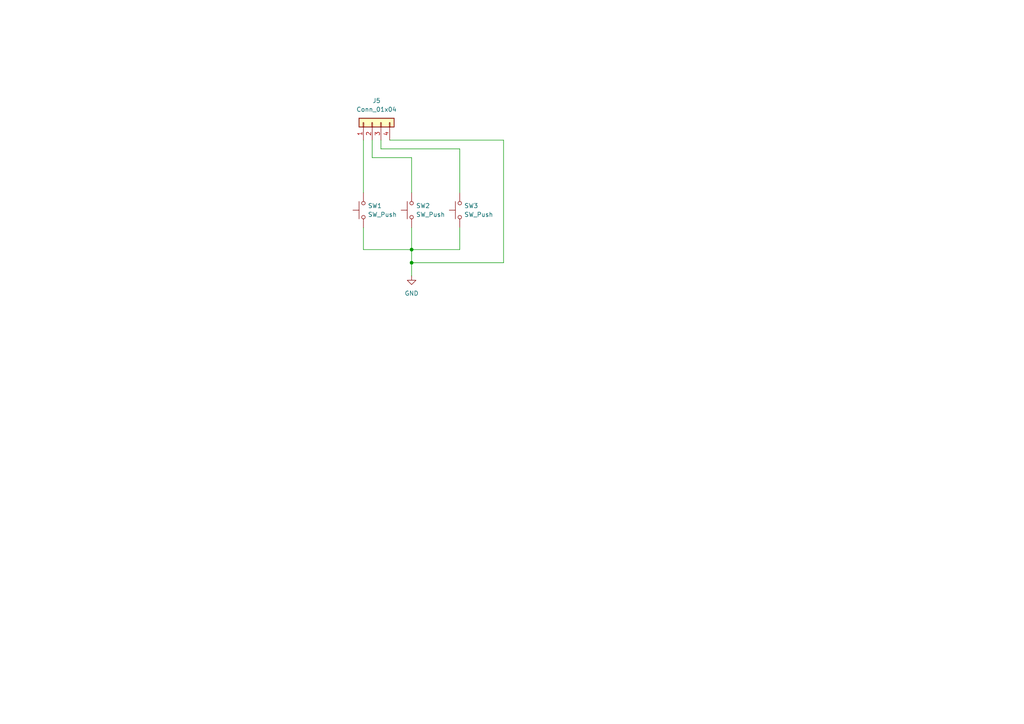
<source format=kicad_sch>
(kicad_sch
	(version 20231120)
	(generator "eeschema")
	(generator_version "8.0")
	(uuid "77c16585-1598-4224-a784-ed26e68b5eea")
	(paper "A4")
	(lib_symbols
		(symbol "Connector_Generic:Conn_01x04"
			(pin_names
				(offset 1.016) hide)
			(exclude_from_sim no)
			(in_bom yes)
			(on_board yes)
			(property "Reference" "J"
				(at 0 5.08 0)
				(effects
					(font
						(size 1.27 1.27)
					)
				)
			)
			(property "Value" "Conn_01x04"
				(at 0 -7.62 0)
				(effects
					(font
						(size 1.27 1.27)
					)
				)
			)
			(property "Footprint" ""
				(at 0 0 0)
				(effects
					(font
						(size 1.27 1.27)
					)
					(hide yes)
				)
			)
			(property "Datasheet" "~"
				(at 0 0 0)
				(effects
					(font
						(size 1.27 1.27)
					)
					(hide yes)
				)
			)
			(property "Description" "Generic connector, single row, 01x04, script generated (kicad-library-utils/schlib/autogen/connector/)"
				(at 0 0 0)
				(effects
					(font
						(size 1.27 1.27)
					)
					(hide yes)
				)
			)
			(property "ki_keywords" "connector"
				(at 0 0 0)
				(effects
					(font
						(size 1.27 1.27)
					)
					(hide yes)
				)
			)
			(property "ki_fp_filters" "Connector*:*_1x??_*"
				(at 0 0 0)
				(effects
					(font
						(size 1.27 1.27)
					)
					(hide yes)
				)
			)
			(symbol "Conn_01x04_1_1"
				(rectangle
					(start -1.27 -4.953)
					(end 0 -5.207)
					(stroke
						(width 0.1524)
						(type default)
					)
					(fill
						(type none)
					)
				)
				(rectangle
					(start -1.27 -2.413)
					(end 0 -2.667)
					(stroke
						(width 0.1524)
						(type default)
					)
					(fill
						(type none)
					)
				)
				(rectangle
					(start -1.27 0.127)
					(end 0 -0.127)
					(stroke
						(width 0.1524)
						(type default)
					)
					(fill
						(type none)
					)
				)
				(rectangle
					(start -1.27 2.667)
					(end 0 2.413)
					(stroke
						(width 0.1524)
						(type default)
					)
					(fill
						(type none)
					)
				)
				(rectangle
					(start -1.27 3.81)
					(end 1.27 -6.35)
					(stroke
						(width 0.254)
						(type default)
					)
					(fill
						(type background)
					)
				)
				(pin passive line
					(at -5.08 2.54 0)
					(length 3.81)
					(name "Pin_1"
						(effects
							(font
								(size 1.27 1.27)
							)
						)
					)
					(number "1"
						(effects
							(font
								(size 1.27 1.27)
							)
						)
					)
				)
				(pin passive line
					(at -5.08 0 0)
					(length 3.81)
					(name "Pin_2"
						(effects
							(font
								(size 1.27 1.27)
							)
						)
					)
					(number "2"
						(effects
							(font
								(size 1.27 1.27)
							)
						)
					)
				)
				(pin passive line
					(at -5.08 -2.54 0)
					(length 3.81)
					(name "Pin_3"
						(effects
							(font
								(size 1.27 1.27)
							)
						)
					)
					(number "3"
						(effects
							(font
								(size 1.27 1.27)
							)
						)
					)
				)
				(pin passive line
					(at -5.08 -5.08 0)
					(length 3.81)
					(name "Pin_4"
						(effects
							(font
								(size 1.27 1.27)
							)
						)
					)
					(number "4"
						(effects
							(font
								(size 1.27 1.27)
							)
						)
					)
				)
			)
		)
		(symbol "Switch:SW_Push"
			(pin_numbers hide)
			(pin_names
				(offset 1.016) hide)
			(exclude_from_sim no)
			(in_bom yes)
			(on_board yes)
			(property "Reference" "SW"
				(at 1.27 2.54 0)
				(effects
					(font
						(size 1.27 1.27)
					)
					(justify left)
				)
			)
			(property "Value" "SW_Push"
				(at 0 -1.524 0)
				(effects
					(font
						(size 1.27 1.27)
					)
				)
			)
			(property "Footprint" ""
				(at 0 5.08 0)
				(effects
					(font
						(size 1.27 1.27)
					)
					(hide yes)
				)
			)
			(property "Datasheet" "~"
				(at 0 5.08 0)
				(effects
					(font
						(size 1.27 1.27)
					)
					(hide yes)
				)
			)
			(property "Description" "Push button switch, generic, two pins"
				(at 0 0 0)
				(effects
					(font
						(size 1.27 1.27)
					)
					(hide yes)
				)
			)
			(property "ki_keywords" "switch normally-open pushbutton push-button"
				(at 0 0 0)
				(effects
					(font
						(size 1.27 1.27)
					)
					(hide yes)
				)
			)
			(symbol "SW_Push_0_1"
				(circle
					(center -2.032 0)
					(radius 0.508)
					(stroke
						(width 0)
						(type default)
					)
					(fill
						(type none)
					)
				)
				(polyline
					(pts
						(xy 0 1.27) (xy 0 3.048)
					)
					(stroke
						(width 0)
						(type default)
					)
					(fill
						(type none)
					)
				)
				(polyline
					(pts
						(xy 2.54 1.27) (xy -2.54 1.27)
					)
					(stroke
						(width 0)
						(type default)
					)
					(fill
						(type none)
					)
				)
				(circle
					(center 2.032 0)
					(radius 0.508)
					(stroke
						(width 0)
						(type default)
					)
					(fill
						(type none)
					)
				)
				(pin passive line
					(at -5.08 0 0)
					(length 2.54)
					(name "1"
						(effects
							(font
								(size 1.27 1.27)
							)
						)
					)
					(number "1"
						(effects
							(font
								(size 1.27 1.27)
							)
						)
					)
				)
				(pin passive line
					(at 5.08 0 180)
					(length 2.54)
					(name "2"
						(effects
							(font
								(size 1.27 1.27)
							)
						)
					)
					(number "2"
						(effects
							(font
								(size 1.27 1.27)
							)
						)
					)
				)
			)
		)
		(symbol "power:GND"
			(power)
			(pin_numbers hide)
			(pin_names
				(offset 0) hide)
			(exclude_from_sim no)
			(in_bom yes)
			(on_board yes)
			(property "Reference" "#PWR"
				(at 0 -6.35 0)
				(effects
					(font
						(size 1.27 1.27)
					)
					(hide yes)
				)
			)
			(property "Value" "GND"
				(at 0 -3.81 0)
				(effects
					(font
						(size 1.27 1.27)
					)
				)
			)
			(property "Footprint" ""
				(at 0 0 0)
				(effects
					(font
						(size 1.27 1.27)
					)
					(hide yes)
				)
			)
			(property "Datasheet" ""
				(at 0 0 0)
				(effects
					(font
						(size 1.27 1.27)
					)
					(hide yes)
				)
			)
			(property "Description" "Power symbol creates a global label with name \"GND\" , ground"
				(at 0 0 0)
				(effects
					(font
						(size 1.27 1.27)
					)
					(hide yes)
				)
			)
			(property "ki_keywords" "global power"
				(at 0 0 0)
				(effects
					(font
						(size 1.27 1.27)
					)
					(hide yes)
				)
			)
			(symbol "GND_0_1"
				(polyline
					(pts
						(xy 0 0) (xy 0 -1.27) (xy 1.27 -1.27) (xy 0 -2.54) (xy -1.27 -1.27) (xy 0 -1.27)
					)
					(stroke
						(width 0)
						(type default)
					)
					(fill
						(type none)
					)
				)
			)
			(symbol "GND_1_1"
				(pin power_in line
					(at 0 0 270)
					(length 0)
					(name "~"
						(effects
							(font
								(size 1.27 1.27)
							)
						)
					)
					(number "1"
						(effects
							(font
								(size 1.27 1.27)
							)
						)
					)
				)
			)
		)
	)
	(junction
		(at 119.38 76.2)
		(diameter 0)
		(color 0 0 0 0)
		(uuid "685d8f1f-c41f-4fd4-bd20-e773bf881f69")
	)
	(junction
		(at 119.38 72.39)
		(diameter 0)
		(color 0 0 0 0)
		(uuid "b8c31fe6-62bf-4b09-9d48-ab60e828667e")
	)
	(wire
		(pts
			(xy 146.05 40.64) (xy 146.05 76.2)
		)
		(stroke
			(width 0)
			(type default)
		)
		(uuid "0cf915a2-f369-4565-8d90-44256cc3a064")
	)
	(wire
		(pts
			(xy 119.38 72.39) (xy 133.35 72.39)
		)
		(stroke
			(width 0)
			(type default)
		)
		(uuid "20d15b99-2855-4460-9ba1-6ec2af72141b")
	)
	(wire
		(pts
			(xy 133.35 43.18) (xy 133.35 55.88)
		)
		(stroke
			(width 0)
			(type default)
		)
		(uuid "3eaee85b-620f-4667-8bf6-74bd3046cff9")
	)
	(wire
		(pts
			(xy 110.49 40.64) (xy 110.49 43.18)
		)
		(stroke
			(width 0)
			(type default)
		)
		(uuid "595e579f-9edd-447c-ba94-59417cbdf71f")
	)
	(wire
		(pts
			(xy 119.38 72.39) (xy 119.38 76.2)
		)
		(stroke
			(width 0)
			(type default)
		)
		(uuid "6121e8be-8bb6-4176-8afb-61d3417fe3fa")
	)
	(wire
		(pts
			(xy 113.03 40.64) (xy 146.05 40.64)
		)
		(stroke
			(width 0)
			(type default)
		)
		(uuid "6240725e-6918-4a00-91ca-14a21da779ca")
	)
	(wire
		(pts
			(xy 110.49 43.18) (xy 133.35 43.18)
		)
		(stroke
			(width 0)
			(type default)
		)
		(uuid "6c2d879c-14df-4458-a7b9-2289b36e0a95")
	)
	(wire
		(pts
			(xy 105.41 40.64) (xy 105.41 55.88)
		)
		(stroke
			(width 0)
			(type default)
		)
		(uuid "92718186-648f-4a0d-88c2-d483f4de607c")
	)
	(wire
		(pts
			(xy 107.95 40.64) (xy 107.95 45.72)
		)
		(stroke
			(width 0)
			(type default)
		)
		(uuid "94769029-8b60-42cd-a1c4-bd528002add8")
	)
	(wire
		(pts
			(xy 107.95 45.72) (xy 119.38 45.72)
		)
		(stroke
			(width 0)
			(type default)
		)
		(uuid "991c2cc9-1a0a-4390-b4dc-b317337a20a8")
	)
	(wire
		(pts
			(xy 133.35 72.39) (xy 133.35 66.04)
		)
		(stroke
			(width 0)
			(type default)
		)
		(uuid "af5733ee-4ee8-42e8-a197-0dedb27becdb")
	)
	(wire
		(pts
			(xy 119.38 66.04) (xy 119.38 72.39)
		)
		(stroke
			(width 0)
			(type default)
		)
		(uuid "bd479424-e7e3-43a5-a5af-72e318380f6f")
	)
	(wire
		(pts
			(xy 105.41 66.04) (xy 105.41 72.39)
		)
		(stroke
			(width 0)
			(type default)
		)
		(uuid "c5c87134-b263-4401-b2f1-f98a6ccd1164")
	)
	(wire
		(pts
			(xy 119.38 76.2) (xy 119.38 80.01)
		)
		(stroke
			(width 0)
			(type default)
		)
		(uuid "cb225452-f375-42d6-90d4-79b34b50b7ec")
	)
	(wire
		(pts
			(xy 119.38 45.72) (xy 119.38 55.88)
		)
		(stroke
			(width 0)
			(type default)
		)
		(uuid "d200a6e7-d374-46f5-9259-6d9289ce5729")
	)
	(wire
		(pts
			(xy 105.41 72.39) (xy 119.38 72.39)
		)
		(stroke
			(width 0)
			(type default)
		)
		(uuid "d2440eb4-a53a-4e97-89ab-ea59ab1ce450")
	)
	(wire
		(pts
			(xy 146.05 76.2) (xy 119.38 76.2)
		)
		(stroke
			(width 0)
			(type default)
		)
		(uuid "fcb06173-5c19-4d52-9309-a2feb402b9e0")
	)
	(symbol
		(lib_id "Switch:SW_Push")
		(at 119.38 60.96 90)
		(unit 1)
		(exclude_from_sim no)
		(in_bom yes)
		(on_board yes)
		(dnp no)
		(fields_autoplaced yes)
		(uuid "295079fc-16eb-43d5-8bd9-0115775a8951")
		(property "Reference" "SW2"
			(at 120.65 59.6899 90)
			(effects
				(font
					(size 1.27 1.27)
				)
				(justify right)
			)
		)
		(property "Value" "SW_Push"
			(at 120.65 62.2299 90)
			(effects
				(font
					(size 1.27 1.27)
				)
				(justify right)
			)
		)
		(property "Footprint" "Button_Switch_THT:SW_PUSH_6mm"
			(at 114.3 60.96 0)
			(effects
				(font
					(size 1.27 1.27)
				)
				(hide yes)
			)
		)
		(property "Datasheet" "~"
			(at 114.3 60.96 0)
			(effects
				(font
					(size 1.27 1.27)
				)
				(hide yes)
			)
		)
		(property "Description" "Push button switch, generic, two pins"
			(at 119.38 60.96 0)
			(effects
				(font
					(size 1.27 1.27)
				)
				(hide yes)
			)
		)
		(pin "1"
			(uuid "26f288c6-7c2d-4ee7-a784-d96cabb0a406")
		)
		(pin "2"
			(uuid "b0fd2754-f1db-4540-82d3-cb2a478cf4c6")
		)
		(instances
			(project "ULACIT 2025"
				(path "/f73e7804-5c6f-4830-99b2-ffb38515eb28/8e08aebc-8c78-43fe-a048-9ba49732ef96"
					(reference "SW2")
					(unit 1)
				)
			)
		)
	)
	(symbol
		(lib_id "Switch:SW_Push")
		(at 133.35 60.96 90)
		(unit 1)
		(exclude_from_sim no)
		(in_bom yes)
		(on_board yes)
		(dnp no)
		(fields_autoplaced yes)
		(uuid "7daf78e2-0589-4cc6-ae0b-3e94db72592b")
		(property "Reference" "SW3"
			(at 134.62 59.6899 90)
			(effects
				(font
					(size 1.27 1.27)
				)
				(justify right)
			)
		)
		(property "Value" "SW_Push"
			(at 134.62 62.2299 90)
			(effects
				(font
					(size 1.27 1.27)
				)
				(justify right)
			)
		)
		(property "Footprint" "Button_Switch_THT:SW_PUSH_6mm"
			(at 128.27 60.96 0)
			(effects
				(font
					(size 1.27 1.27)
				)
				(hide yes)
			)
		)
		(property "Datasheet" "~"
			(at 128.27 60.96 0)
			(effects
				(font
					(size 1.27 1.27)
				)
				(hide yes)
			)
		)
		(property "Description" "Push button switch, generic, two pins"
			(at 133.35 60.96 0)
			(effects
				(font
					(size 1.27 1.27)
				)
				(hide yes)
			)
		)
		(pin "1"
			(uuid "d1b1c7e8-e54d-409b-9b20-eba0c5006856")
		)
		(pin "2"
			(uuid "ca77203d-ff2e-4722-b9af-e127f09cb1d6")
		)
		(instances
			(project "ULACIT 2025"
				(path "/f73e7804-5c6f-4830-99b2-ffb38515eb28/8e08aebc-8c78-43fe-a048-9ba49732ef96"
					(reference "SW3")
					(unit 1)
				)
			)
		)
	)
	(symbol
		(lib_id "Switch:SW_Push")
		(at 105.41 60.96 90)
		(unit 1)
		(exclude_from_sim no)
		(in_bom yes)
		(on_board yes)
		(dnp no)
		(fields_autoplaced yes)
		(uuid "a76f70cb-24d5-4e61-8f0a-1e82c70af2cc")
		(property "Reference" "SW1"
			(at 106.68 59.6899 90)
			(effects
				(font
					(size 1.27 1.27)
				)
				(justify right)
			)
		)
		(property "Value" "SW_Push"
			(at 106.68 62.2299 90)
			(effects
				(font
					(size 1.27 1.27)
				)
				(justify right)
			)
		)
		(property "Footprint" "Button_Switch_THT:SW_PUSH_6mm"
			(at 100.33 60.96 0)
			(effects
				(font
					(size 1.27 1.27)
				)
				(hide yes)
			)
		)
		(property "Datasheet" "~"
			(at 100.33 60.96 0)
			(effects
				(font
					(size 1.27 1.27)
				)
				(hide yes)
			)
		)
		(property "Description" "Push button switch, generic, two pins"
			(at 105.41 60.96 0)
			(effects
				(font
					(size 1.27 1.27)
				)
				(hide yes)
			)
		)
		(pin "1"
			(uuid "ebbc9591-ee29-4afb-8705-1a3bf60bb861")
		)
		(pin "2"
			(uuid "d121e9dc-f8fe-41e9-a316-44ddc4bd2b86")
		)
		(instances
			(project ""
				(path "/f73e7804-5c6f-4830-99b2-ffb38515eb28/8e08aebc-8c78-43fe-a048-9ba49732ef96"
					(reference "SW1")
					(unit 1)
				)
			)
		)
	)
	(symbol
		(lib_id "Connector_Generic:Conn_01x04")
		(at 107.95 35.56 90)
		(unit 1)
		(exclude_from_sim no)
		(in_bom yes)
		(on_board yes)
		(dnp no)
		(fields_autoplaced yes)
		(uuid "c138651a-f12d-4b8d-b45d-f73c6f948409")
		(property "Reference" "J5"
			(at 109.22 29.21 90)
			(effects
				(font
					(size 1.27 1.27)
				)
			)
		)
		(property "Value" "Conn_01x04"
			(at 109.22 31.75 90)
			(effects
				(font
					(size 1.27 1.27)
				)
			)
		)
		(property "Footprint" "Connector_PinHeader_2.54mm:PinHeader_1x04_P2.54mm_Vertical"
			(at 107.95 35.56 0)
			(effects
				(font
					(size 1.27 1.27)
				)
				(hide yes)
			)
		)
		(property "Datasheet" "~"
			(at 107.95 35.56 0)
			(effects
				(font
					(size 1.27 1.27)
				)
				(hide yes)
			)
		)
		(property "Description" "Generic connector, single row, 01x04, script generated (kicad-library-utils/schlib/autogen/connector/)"
			(at 107.95 35.56 0)
			(effects
				(font
					(size 1.27 1.27)
				)
				(hide yes)
			)
		)
		(pin "4"
			(uuid "059e8031-563a-49b3-b19d-021a7ca73b0c")
		)
		(pin "1"
			(uuid "d5220aa7-2d6d-4413-b986-33ea6bd13f81")
		)
		(pin "2"
			(uuid "3404cb13-9797-4397-9a7d-cd492085be0d")
		)
		(pin "3"
			(uuid "15453fb8-5700-4499-ac77-75633612e639")
		)
		(instances
			(project ""
				(path "/f73e7804-5c6f-4830-99b2-ffb38515eb28/8e08aebc-8c78-43fe-a048-9ba49732ef96"
					(reference "J5")
					(unit 1)
				)
			)
		)
	)
	(symbol
		(lib_id "power:GND")
		(at 119.38 80.01 0)
		(unit 1)
		(exclude_from_sim no)
		(in_bom yes)
		(on_board yes)
		(dnp no)
		(fields_autoplaced yes)
		(uuid "f292153a-38f4-49dd-89c0-3454d24aa3e9")
		(property "Reference" "#PWR09"
			(at 119.38 86.36 0)
			(effects
				(font
					(size 1.27 1.27)
				)
				(hide yes)
			)
		)
		(property "Value" "GND"
			(at 119.38 85.09 0)
			(effects
				(font
					(size 1.27 1.27)
				)
			)
		)
		(property "Footprint" ""
			(at 119.38 80.01 0)
			(effects
				(font
					(size 1.27 1.27)
				)
				(hide yes)
			)
		)
		(property "Datasheet" ""
			(at 119.38 80.01 0)
			(effects
				(font
					(size 1.27 1.27)
				)
				(hide yes)
			)
		)
		(property "Description" "Power symbol creates a global label with name \"GND\" , ground"
			(at 119.38 80.01 0)
			(effects
				(font
					(size 1.27 1.27)
				)
				(hide yes)
			)
		)
		(pin "1"
			(uuid "e32945cd-8437-46d9-851e-dc13ba3c35fd")
		)
		(instances
			(project ""
				(path "/f73e7804-5c6f-4830-99b2-ffb38515eb28/8e08aebc-8c78-43fe-a048-9ba49732ef96"
					(reference "#PWR09")
					(unit 1)
				)
			)
		)
	)
)

</source>
